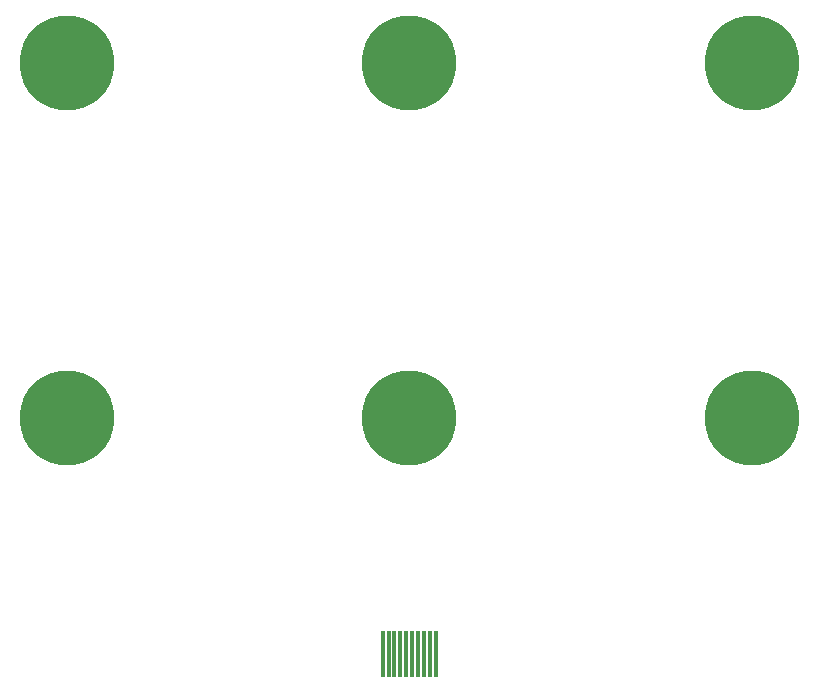
<source format=gbr>
G04 #@! TF.GenerationSoftware,KiCad,Pcbnew,(5.1.10)-1*
G04 #@! TF.CreationDate,2021-08-02T15:50:52+09:00*
G04 #@! TF.ProjectId,electrode_FPCB_rev1.2c,656c6563-7472-46f6-9465-5f465043425f,1.2*
G04 #@! TF.SameCoordinates,Original*
G04 #@! TF.FileFunction,Soldermask,Top*
G04 #@! TF.FilePolarity,Negative*
%FSLAX46Y46*%
G04 Gerber Fmt 4.6, Leading zero omitted, Abs format (unit mm)*
G04 Created by KiCad (PCBNEW (5.1.10)-1) date 2021-08-02 15:50:52*
%MOMM*%
%LPD*%
G01*
G04 APERTURE LIST*
%ADD10R,0.300000X4.000000*%
%ADD11C,8.000000*%
G04 APERTURE END LIST*
D10*
X98550000Y-85700000D03*
X98050000Y-85700000D03*
X97550000Y-85700000D03*
X97050000Y-85700000D03*
X96550000Y-85700000D03*
X96050000Y-85700000D03*
X95550000Y-85700000D03*
X95050000Y-85700000D03*
X94550000Y-85700000D03*
X94050000Y-85700000D03*
D11*
X125300000Y-65700000D03*
X67300000Y-65700000D03*
X125300000Y-35700000D03*
X67300000Y-35700000D03*
X96300000Y-65700000D03*
X96300000Y-35700000D03*
M02*

</source>
